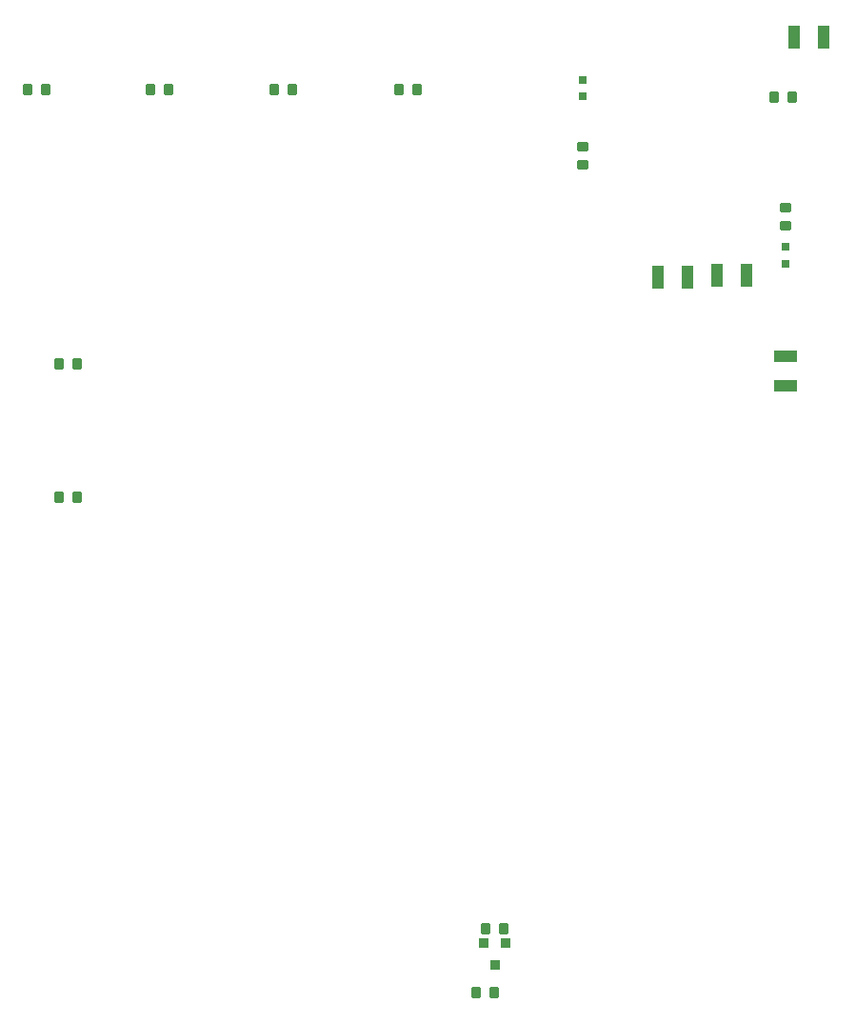
<source format=gtp>
G04*
G04 #@! TF.GenerationSoftware,Altium Limited,Altium Designer,24.9.1 (31)*
G04*
G04 Layer_Color=8421504*
%FSLAX44Y44*%
%MOMM*%
G71*
G04*
G04 #@! TF.SameCoordinates,08A160DE-048D-4C44-B89D-0D19DBCE6055*
G04*
G04*
G04 #@! TF.FilePolarity,Positive*
G04*
G01*
G75*
G04:AMPARAMS|DCode=16|XSize=1.1mm|YSize=2mm|CornerRadius=0.055mm|HoleSize=0mm|Usage=FLASHONLY|Rotation=0.000|XOffset=0mm|YOffset=0mm|HoleType=Round|Shape=RoundedRectangle|*
%AMROUNDEDRECTD16*
21,1,1.1000,1.8900,0,0,0.0*
21,1,0.9900,2.0000,0,0,0.0*
1,1,0.1100,0.4950,-0.9450*
1,1,0.1100,-0.4950,-0.9450*
1,1,0.1100,-0.4950,0.9450*
1,1,0.1100,0.4950,0.9450*
%
%ADD16ROUNDEDRECTD16*%
G04:AMPARAMS|DCode=17|XSize=0.8mm|YSize=1mm|CornerRadius=0.04mm|HoleSize=0mm|Usage=FLASHONLY|Rotation=180.000|XOffset=0mm|YOffset=0mm|HoleType=Round|Shape=RoundedRectangle|*
%AMROUNDEDRECTD17*
21,1,0.8000,0.9200,0,0,180.0*
21,1,0.7200,1.0000,0,0,180.0*
1,1,0.0800,-0.3600,0.4600*
1,1,0.0800,0.3600,0.4600*
1,1,0.0800,0.3600,-0.4600*
1,1,0.0800,-0.3600,-0.4600*
%
%ADD17ROUNDEDRECTD17*%
%ADD18R,0.8000X0.8000*%
G04:AMPARAMS|DCode=19|XSize=1.1mm|YSize=2mm|CornerRadius=0.055mm|HoleSize=0mm|Usage=FLASHONLY|Rotation=90.000|XOffset=0mm|YOffset=0mm|HoleType=Round|Shape=RoundedRectangle|*
%AMROUNDEDRECTD19*
21,1,1.1000,1.8900,0,0,90.0*
21,1,0.9900,2.0000,0,0,90.0*
1,1,0.1100,0.9450,0.4950*
1,1,0.1100,0.9450,-0.4950*
1,1,0.1100,-0.9450,-0.4950*
1,1,0.1100,-0.9450,0.4950*
%
%ADD19ROUNDEDRECTD19*%
G04:AMPARAMS|DCode=20|XSize=0.8mm|YSize=1mm|CornerRadius=0.04mm|HoleSize=0mm|Usage=FLASHONLY|Rotation=270.000|XOffset=0mm|YOffset=0mm|HoleType=Round|Shape=RoundedRectangle|*
%AMROUNDEDRECTD20*
21,1,0.8000,0.9200,0,0,270.0*
21,1,0.7200,1.0000,0,0,270.0*
1,1,0.0800,-0.4600,-0.3600*
1,1,0.0800,-0.4600,0.3600*
1,1,0.0800,0.4600,0.3600*
1,1,0.0800,0.4600,-0.3600*
%
%ADD20ROUNDEDRECTD20*%
G04:AMPARAMS|DCode=21|XSize=0.8mm|YSize=0.9mm|CornerRadius=0.04mm|HoleSize=0mm|Usage=FLASHONLY|Rotation=0.000|XOffset=0mm|YOffset=0mm|HoleType=Round|Shape=RoundedRectangle|*
%AMROUNDEDRECTD21*
21,1,0.8000,0.8200,0,0,0.0*
21,1,0.7200,0.9000,0,0,0.0*
1,1,0.0800,0.3600,-0.4100*
1,1,0.0800,-0.3600,-0.4100*
1,1,0.0800,-0.3600,0.4100*
1,1,0.0800,0.3600,0.4100*
%
%ADD21ROUNDEDRECTD21*%
D16*
X858820Y2976880D02*
D03*
X832820D02*
D03*
X738170Y2763520D02*
D03*
X712170D02*
D03*
X764240Y2764790D02*
D03*
X790240D02*
D03*
D17*
X830960Y2923540D02*
D03*
X814960D02*
D03*
X260224Y2929890D02*
D03*
X276224D02*
D03*
X481204D02*
D03*
X497204D02*
D03*
X370714D02*
D03*
X386714D02*
D03*
X178944Y2567940D02*
D03*
X194944D02*
D03*
X574674Y2184400D02*
D03*
X558674D02*
D03*
X151004Y2929890D02*
D03*
X167004D02*
D03*
X549784Y2127250D02*
D03*
X565784D02*
D03*
X194944Y2686050D02*
D03*
X178944D02*
D03*
D18*
X645160Y2938660D02*
D03*
Y2923660D02*
D03*
X825500Y2790070D02*
D03*
Y2775070D02*
D03*
D19*
Y2692700D02*
D03*
Y2666700D02*
D03*
D20*
Y2808860D02*
D03*
Y2824860D02*
D03*
X645160Y2879470D02*
D03*
Y2863470D02*
D03*
D21*
X576474Y2171540D02*
D03*
X556874D02*
D03*
X566674Y2151540D02*
D03*
M02*

</source>
